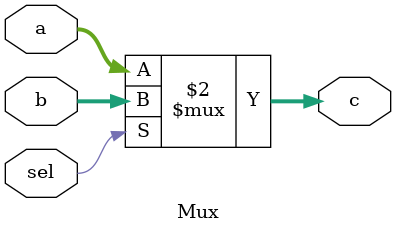
<source format=v>
`timescale 1ns / 1ps


module Mux #(parameter WIDTH = 16) (
    input [WIDTH-1:0] a, b,
    input sel,
    output [WIDTH-1:0] c
    );

    assign c = (~sel) ? a : b ;

endmodule
</source>
